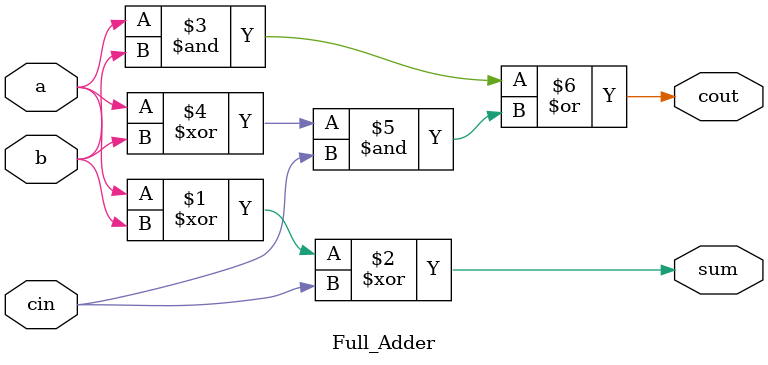
<source format=v>
`timescale 1ns / 1ps


module Full_Adder(
    input a,
    input b,
    input cin,
    output sum,
    output cout
    );
    
    assign sum = a^b^cin;
    assign cout = (a&b)|((a^b)&cin);
endmodule

</source>
